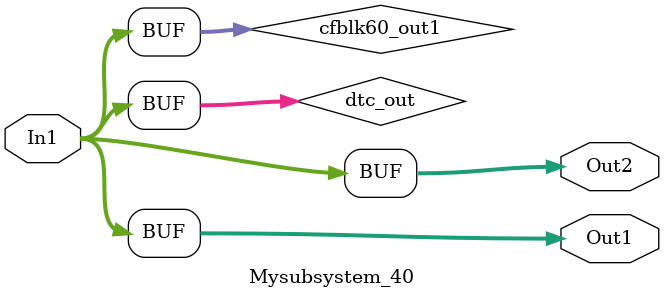
<source format=v>



`timescale 1 ns / 1 ns

module Mysubsystem_40
          (In1,
           Out1,
           Out2);


  input   [7:0] In1;  // uint8
  output  [7:0] Out1;  // uint8
  output  [7:0] Out2;  // uint8


  wire [7:0] dtc_out;  // ufix8
  wire [7:0] cfblk60_out1;  // uint8


  assign dtc_out = In1;



  assign cfblk60_out1 = dtc_out;



  assign Out1 = cfblk60_out1;

  assign Out2 = cfblk60_out1;

endmodule  // Mysubsystem_40


</source>
